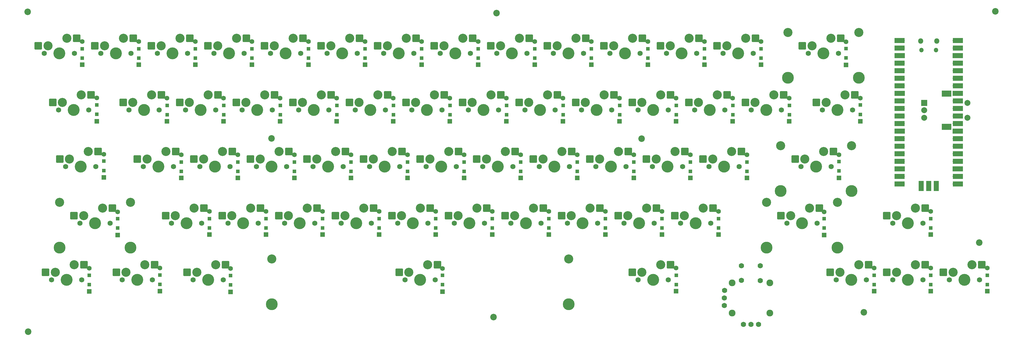
<source format=gbr>
G04 #@! TF.GenerationSoftware,KiCad,Pcbnew,7.0.6*
G04 #@! TF.CreationDate,2023-09-10T15:29:38-07:00*
G04 #@! TF.ProjectId,keyjoy,6b65796a-6f79-42e6-9b69-6361645f7063,rev?*
G04 #@! TF.SameCoordinates,Original*
G04 #@! TF.FileFunction,Soldermask,Bot*
G04 #@! TF.FilePolarity,Negative*
%FSLAX46Y46*%
G04 Gerber Fmt 4.6, Leading zero omitted, Abs format (unit mm)*
G04 Created by KiCad (PCBNEW 7.0.6) date 2023-09-10 15:29:38*
%MOMM*%
%LPD*%
G01*
G04 APERTURE LIST*
G04 Aperture macros list*
%AMRoundRect*
0 Rectangle with rounded corners*
0 $1 Rounding radius*
0 $2 $3 $4 $5 $6 $7 $8 $9 X,Y pos of 4 corners*
0 Add a 4 corners polygon primitive as box body*
4,1,4,$2,$3,$4,$5,$6,$7,$8,$9,$2,$3,0*
0 Add four circle primitives for the rounded corners*
1,1,$1+$1,$2,$3*
1,1,$1+$1,$4,$5*
1,1,$1+$1,$6,$7*
1,1,$1+$1,$8,$9*
0 Add four rect primitives between the rounded corners*
20,1,$1+$1,$2,$3,$4,$5,0*
20,1,$1+$1,$4,$5,$6,$7,0*
20,1,$1+$1,$6,$7,$8,$9,0*
20,1,$1+$1,$8,$9,$2,$3,0*%
G04 Aperture macros list end*
%ADD10C,2.200000*%
%ADD11C,1.750000*%
%ADD12C,3.050000*%
%ADD13C,4.000000*%
%ADD14RoundRect,0.250000X-1.025000X-1.000000X1.025000X-1.000000X1.025000X1.000000X-1.025000X1.000000X0*%
%ADD15R,1.600000X1.600000*%
%ADD16R,1.200000X1.200000*%
%ADD17C,1.600000*%
%ADD18C,3.048000*%
%ADD19C,3.987800*%
%ADD20C,1.778000*%
%ADD21C,2.286000*%
%ADD22R,2.000000X2.000000*%
%ADD23C,2.000000*%
%ADD24R,3.200000X2.000000*%
%ADD25O,1.800000X1.800000*%
%ADD26O,1.500000X1.500000*%
%ADD27O,1.700000X1.700000*%
%ADD28R,3.500000X1.700000*%
%ADD29R,1.700000X1.700000*%
%ADD30R,1.700000X3.500000*%
G04 APERTURE END LIST*
D10*
X473446343Y-233040507D03*
X359815515Y-198067607D03*
X235151451Y-197955674D03*
X434598680Y-256462294D03*
X309908484Y-258101192D03*
X153198851Y-262955216D03*
X478892808Y-155216776D03*
X310902609Y-155843338D03*
X153007997Y-155385471D03*
D11*
X239567590Y-226542334D03*
D12*
X240837590Y-224002334D03*
D13*
X244647590Y-226542334D03*
D12*
X247187590Y-221462334D03*
D11*
X249727590Y-226542334D03*
D14*
X237562590Y-224002334D03*
D15*
X252347590Y-230352334D03*
D16*
X252367590Y-228152334D03*
D14*
X250489590Y-221462334D03*
D17*
X252347590Y-222552334D03*
D16*
X252367590Y-225002334D03*
D18*
X406630840Y-200437334D03*
D19*
X406630840Y-215647334D03*
D18*
X430506840Y-200437334D03*
D19*
X430506840Y-215647334D03*
D11*
X277667590Y-226542334D03*
D12*
X278937590Y-224002334D03*
D13*
X282747590Y-226542334D03*
D12*
X285287590Y-221462334D03*
D11*
X287827590Y-226542334D03*
D14*
X275662590Y-224002334D03*
D15*
X290447590Y-230352334D03*
D16*
X290467590Y-228152334D03*
D14*
X288589590Y-221462334D03*
D17*
X290447590Y-222552334D03*
D16*
X290467590Y-225002334D03*
D11*
X287192590Y-207492334D03*
D12*
X288462590Y-204952334D03*
D13*
X292272590Y-207492334D03*
D12*
X294812590Y-202412334D03*
D11*
X297352590Y-207492334D03*
D14*
X285187590Y-204952334D03*
D15*
X299972590Y-211302334D03*
D16*
X299992590Y-209102334D03*
D14*
X298114590Y-202412334D03*
D17*
X299972590Y-203502334D03*
D16*
X299992590Y-205952334D03*
D11*
X177655090Y-169392334D03*
D12*
X178925090Y-166852334D03*
D13*
X182735090Y-169392334D03*
D12*
X185275090Y-164312334D03*
D11*
X187815090Y-169392334D03*
D14*
X175650090Y-166852334D03*
D15*
X190435090Y-173202334D03*
D16*
X190455090Y-171002334D03*
D14*
X188577090Y-164312334D03*
D17*
X190435090Y-165402334D03*
D16*
X190455090Y-167852334D03*
D11*
X415870090Y-169322334D03*
D12*
X417140090Y-166782334D03*
D13*
X420950090Y-169322334D03*
D12*
X423490090Y-164242334D03*
D11*
X426030090Y-169322334D03*
D14*
X413865090Y-166782334D03*
X426792090Y-164242334D03*
D11*
X191942590Y-207492334D03*
D12*
X193212590Y-204952334D03*
D13*
X197022590Y-207492334D03*
D12*
X199562590Y-202412334D03*
D11*
X202102590Y-207492334D03*
D14*
X189937590Y-204952334D03*
D15*
X204722590Y-211302334D03*
D16*
X204742590Y-209102334D03*
D14*
X202864590Y-202412334D03*
D17*
X204722590Y-203502334D03*
D16*
X204742590Y-205952334D03*
D11*
X306242590Y-207492334D03*
D12*
X307512590Y-204952334D03*
D13*
X311322590Y-207492334D03*
D12*
X313862590Y-202412334D03*
D11*
X316402590Y-207492334D03*
D14*
X304237590Y-204952334D03*
D15*
X319022590Y-211302334D03*
D16*
X319042590Y-209102334D03*
D14*
X317164590Y-202412334D03*
D17*
X319022590Y-203502334D03*
D16*
X319042590Y-205952334D03*
D11*
X320530090Y-188442334D03*
D12*
X321800090Y-185902334D03*
D13*
X325610090Y-188442334D03*
D12*
X328150090Y-183362334D03*
D11*
X330690090Y-188442334D03*
D14*
X318525090Y-185902334D03*
D15*
X333310090Y-192252334D03*
D16*
X333330090Y-190052334D03*
D14*
X331452090Y-183362334D03*
D17*
X333310090Y-184452334D03*
D16*
X333330090Y-186902334D03*
D11*
X184888840Y-245522334D03*
D12*
X186158840Y-242982334D03*
D13*
X189968840Y-245522334D03*
D12*
X192508840Y-240442334D03*
D11*
X195048840Y-245522334D03*
D14*
X182883840Y-242982334D03*
X195810840Y-240442334D03*
D20*
X393391235Y-240824521D03*
X399741235Y-240844321D03*
X393391235Y-245764521D03*
X399751235Y-245784521D03*
X394041235Y-260514521D03*
X396581235Y-260534521D03*
X399121235Y-260514521D03*
D21*
X390216235Y-246574521D03*
X390216235Y-256704521D03*
X402916235Y-256719321D03*
X402916235Y-246559321D03*
D20*
X387676235Y-249099321D03*
X387661235Y-251624521D03*
X387661235Y-254164521D03*
D11*
X444355090Y-245592334D03*
D12*
X445625090Y-243052334D03*
D13*
X449435090Y-245592334D03*
D12*
X451975090Y-240512334D03*
D11*
X454515090Y-245592334D03*
D14*
X442350090Y-243052334D03*
D15*
X457135090Y-249402334D03*
D16*
X457155090Y-247202334D03*
D14*
X455277090Y-240512334D03*
D17*
X457135090Y-241602334D03*
D16*
X457155090Y-244052334D03*
D11*
X463405090Y-245592334D03*
D12*
X464675090Y-243052334D03*
D13*
X468485090Y-245592334D03*
D12*
X471025090Y-240512334D03*
D11*
X473565090Y-245592334D03*
D14*
X461400090Y-243052334D03*
D15*
X476185090Y-249402334D03*
D16*
X476205090Y-247202334D03*
D14*
X474327090Y-240512334D03*
D17*
X476185090Y-241602334D03*
D16*
X476205090Y-244052334D03*
D11*
X165838840Y-207422334D03*
D12*
X167108840Y-204882334D03*
D13*
X170918840Y-207422334D03*
D12*
X173458840Y-202342334D03*
D11*
X175998840Y-207422334D03*
D14*
X163833840Y-204882334D03*
X176760840Y-202342334D03*
D18*
X235237077Y-238537033D03*
D19*
X235237077Y-253747033D03*
D18*
X335237077Y-238537033D03*
D19*
X335237077Y-253747033D03*
D11*
X387205090Y-169392334D03*
D12*
X388475090Y-166852334D03*
D13*
X392285090Y-169392334D03*
D12*
X394825090Y-164312334D03*
D11*
X397365090Y-169392334D03*
D14*
X385200090Y-166852334D03*
D15*
X399985090Y-173202334D03*
D16*
X400005090Y-171002334D03*
D14*
X398127090Y-164312334D03*
D17*
X399985090Y-165402334D03*
D16*
X400005090Y-167852334D03*
D11*
X208701340Y-245522334D03*
D12*
X209971340Y-242982334D03*
D13*
X213781340Y-245522334D03*
D12*
X216321340Y-240442334D03*
D11*
X218861340Y-245522334D03*
D14*
X206696340Y-242982334D03*
X219623340Y-240442334D03*
D11*
X315767590Y-226542334D03*
D12*
X317037590Y-224002334D03*
D13*
X320847590Y-226542334D03*
D12*
X323387590Y-221462334D03*
D11*
X325927590Y-226542334D03*
D14*
X313762590Y-224002334D03*
D15*
X328547590Y-230352334D03*
D16*
X328567590Y-228152334D03*
D14*
X326689590Y-221462334D03*
D17*
X328547590Y-222552334D03*
D16*
X328567590Y-225002334D03*
D11*
X413488840Y-207422334D03*
D12*
X414758840Y-204882334D03*
D13*
X418568840Y-207422334D03*
D12*
X421108840Y-202342334D03*
D11*
X423648840Y-207422334D03*
D14*
X411483840Y-204882334D03*
X424410840Y-202342334D03*
D11*
X408726340Y-226472334D03*
D12*
X409996340Y-223932334D03*
D13*
X413806340Y-226472334D03*
D12*
X416346340Y-221392334D03*
D11*
X418886340Y-226472334D03*
D14*
X406721340Y-223932334D03*
X419648340Y-221392334D03*
D11*
X280138840Y-245522334D03*
D12*
X281408840Y-242982334D03*
D13*
X285218840Y-245522334D03*
D12*
X287758840Y-240442334D03*
D11*
X290298840Y-245522334D03*
D14*
X278133840Y-242982334D03*
X291060840Y-240442334D03*
D11*
X253855090Y-169392334D03*
D12*
X255125090Y-166852334D03*
D13*
X258935090Y-169392334D03*
D12*
X261475090Y-164312334D03*
D11*
X264015090Y-169392334D03*
D14*
X251850090Y-166852334D03*
D15*
X266635090Y-173202334D03*
D16*
X266655090Y-171002334D03*
D14*
X264777090Y-164312334D03*
D17*
X266635090Y-165402334D03*
D16*
X266655090Y-167852334D03*
D11*
X220517590Y-226542334D03*
D12*
X221787590Y-224002334D03*
D13*
X225597590Y-226542334D03*
D12*
X228137590Y-221462334D03*
D11*
X230677590Y-226542334D03*
D14*
X218512590Y-224002334D03*
D15*
X233297590Y-230352334D03*
D16*
X233317590Y-228152334D03*
D14*
X231439590Y-221462334D03*
D17*
X233297590Y-222552334D03*
D16*
X233317590Y-225002334D03*
D11*
X353867590Y-226542334D03*
D12*
X355137590Y-224002334D03*
D13*
X358947590Y-226542334D03*
D12*
X361487590Y-221462334D03*
D11*
X364027590Y-226542334D03*
D14*
X351862590Y-224002334D03*
D15*
X366647590Y-230352334D03*
D16*
X366667590Y-228152334D03*
D14*
X364789590Y-221462334D03*
D17*
X366647590Y-222552334D03*
D16*
X366667590Y-225002334D03*
D11*
X215755090Y-169392334D03*
D12*
X217025090Y-166852334D03*
D13*
X220835090Y-169392334D03*
D12*
X223375090Y-164312334D03*
D11*
X225915090Y-169392334D03*
D14*
X213750090Y-166852334D03*
D15*
X228535090Y-173202334D03*
D16*
X228555090Y-171002334D03*
D14*
X226677090Y-164312334D03*
D17*
X228535090Y-165402334D03*
D16*
X228555090Y-167852334D03*
D18*
X409012090Y-162337334D03*
D19*
X409012090Y-177547334D03*
D18*
X432888090Y-162337334D03*
D19*
X432888090Y-177547334D03*
D11*
X272905090Y-169392334D03*
D12*
X274175090Y-166852334D03*
D13*
X277985090Y-169392334D03*
D12*
X280525090Y-164312334D03*
D11*
X283065090Y-169392334D03*
D14*
X270900090Y-166852334D03*
D15*
X285685090Y-173202334D03*
D16*
X285705090Y-171002334D03*
D14*
X283827090Y-164312334D03*
D17*
X285685090Y-165402334D03*
D16*
X285705090Y-167852334D03*
D11*
X163457590Y-188372334D03*
D12*
X164727590Y-185832334D03*
D13*
X168537590Y-188372334D03*
D12*
X171077590Y-183292334D03*
D11*
X173617590Y-188372334D03*
D14*
X161452590Y-185832334D03*
X174379590Y-183292334D03*
D11*
X296717590Y-226542334D03*
D12*
X297987590Y-224002334D03*
D13*
X301797590Y-226542334D03*
D12*
X304337590Y-221462334D03*
D11*
X306877590Y-226542334D03*
D14*
X294712590Y-224002334D03*
D15*
X309497590Y-230352334D03*
D16*
X309517590Y-228152334D03*
D14*
X307639590Y-221462334D03*
D17*
X309497590Y-222552334D03*
D16*
X309517590Y-225002334D03*
D11*
X358630090Y-245592334D03*
D12*
X359900090Y-243052334D03*
D13*
X363710090Y-245592334D03*
D12*
X366250090Y-240512334D03*
D11*
X368790090Y-245592334D03*
D14*
X356625090Y-243052334D03*
D15*
X371410090Y-249402334D03*
D16*
X371430090Y-247202334D03*
D14*
X369552090Y-240512334D03*
D17*
X371410090Y-241602334D03*
D16*
X371430090Y-244052334D03*
D11*
X382442590Y-207492334D03*
D12*
X383712590Y-204952334D03*
D13*
X387522590Y-207492334D03*
D12*
X390062590Y-202412334D03*
D11*
X392602590Y-207492334D03*
D14*
X380437590Y-204952334D03*
D15*
X395222590Y-211302334D03*
D16*
X395242590Y-209102334D03*
D14*
X393364590Y-202412334D03*
D17*
X395222590Y-203502334D03*
D16*
X395242590Y-205952334D03*
D11*
X334817590Y-226542334D03*
D12*
X336087590Y-224002334D03*
D13*
X339897590Y-226542334D03*
D12*
X342437590Y-221462334D03*
D11*
X344977590Y-226542334D03*
D14*
X332812590Y-224002334D03*
D15*
X347597590Y-230352334D03*
D16*
X347617590Y-228152334D03*
D14*
X345739590Y-221462334D03*
D17*
X347597590Y-222552334D03*
D16*
X347617590Y-225002334D03*
D11*
X258617590Y-226542334D03*
D12*
X259887590Y-224002334D03*
D13*
X263697590Y-226542334D03*
D12*
X266237590Y-221462334D03*
D11*
X268777590Y-226542334D03*
D14*
X256612590Y-224002334D03*
D15*
X271397590Y-230352334D03*
D16*
X271417590Y-228152334D03*
D14*
X269539590Y-221462334D03*
D17*
X271397590Y-222552334D03*
D16*
X271417590Y-225002334D03*
D11*
X444355090Y-226542334D03*
D12*
X445625090Y-224002334D03*
D13*
X449435090Y-226542334D03*
D12*
X451975090Y-221462334D03*
D11*
X454515090Y-226542334D03*
D14*
X442350090Y-224002334D03*
D15*
X457135090Y-230352334D03*
D16*
X457155090Y-228152334D03*
D14*
X455277090Y-221462334D03*
D17*
X457135090Y-222552334D03*
D16*
X457155090Y-225002334D03*
D11*
X311005090Y-169392334D03*
D12*
X312275090Y-166852334D03*
D13*
X316085090Y-169392334D03*
D12*
X318625090Y-164312334D03*
D11*
X321165090Y-169392334D03*
D14*
X309000090Y-166852334D03*
D15*
X323785090Y-173202334D03*
D16*
X323805090Y-171002334D03*
D14*
X321927090Y-164312334D03*
D17*
X323785090Y-165402334D03*
D16*
X323805090Y-167852334D03*
D11*
X161076340Y-245522334D03*
D12*
X162346340Y-242982334D03*
D13*
X166156340Y-245522334D03*
D12*
X168696340Y-240442334D03*
D11*
X171236340Y-245522334D03*
D14*
X159071340Y-242982334D03*
X171998340Y-240442334D03*
D11*
X158605090Y-169392334D03*
D12*
X159875090Y-166852334D03*
D13*
X163685090Y-169392334D03*
D12*
X166225090Y-164312334D03*
D11*
X168765090Y-169392334D03*
D14*
X156600090Y-166852334D03*
D15*
X171385090Y-173202334D03*
D16*
X171405090Y-171002334D03*
D14*
X169527090Y-164312334D03*
D17*
X171385090Y-165402334D03*
D16*
X171405090Y-167852334D03*
D22*
X454961348Y-186000862D03*
D23*
X454961348Y-191000862D03*
X454961348Y-188500862D03*
D24*
X462461348Y-182900862D03*
X462461348Y-194100862D03*
D23*
X469461348Y-191000862D03*
X469461348Y-186000862D03*
D11*
X244330090Y-188442334D03*
D12*
X245600090Y-185902334D03*
D13*
X249410090Y-188442334D03*
D12*
X251950090Y-183362334D03*
D11*
X254490090Y-188442334D03*
D14*
X242325090Y-185902334D03*
D15*
X257110090Y-192252334D03*
D16*
X257130090Y-190052334D03*
D14*
X255252090Y-183362334D03*
D17*
X257110090Y-184452334D03*
D16*
X257130090Y-186902334D03*
D11*
X358630090Y-188442334D03*
D12*
X359900090Y-185902334D03*
D13*
X363710090Y-188442334D03*
D12*
X366250090Y-183362334D03*
D11*
X368790090Y-188442334D03*
D14*
X356625090Y-185902334D03*
D15*
X371410090Y-192252334D03*
D16*
X371430090Y-190052334D03*
D14*
X369552090Y-183362334D03*
D17*
X371410090Y-184452334D03*
D16*
X371430090Y-186902334D03*
D11*
X206230090Y-188442334D03*
D12*
X207500090Y-185902334D03*
D13*
X211310090Y-188442334D03*
D12*
X213850090Y-183362334D03*
D11*
X216390090Y-188442334D03*
D14*
X204225090Y-185902334D03*
D15*
X219010090Y-192252334D03*
D16*
X219030090Y-190052334D03*
D14*
X217152090Y-183362334D03*
D17*
X219010090Y-184452334D03*
D16*
X219030090Y-186902334D03*
D11*
X282430090Y-188442334D03*
D12*
X283700090Y-185902334D03*
D13*
X287510090Y-188442334D03*
D12*
X290050090Y-183362334D03*
D11*
X292590090Y-188442334D03*
D14*
X280425090Y-185902334D03*
D15*
X295210090Y-192252334D03*
D16*
X295230090Y-190052334D03*
D14*
X293352090Y-183362334D03*
D17*
X295210090Y-184452334D03*
D16*
X295230090Y-186902334D03*
D11*
X325292590Y-207492334D03*
D12*
X326562590Y-204952334D03*
D13*
X330372590Y-207492334D03*
D12*
X332912590Y-202412334D03*
D11*
X335452590Y-207492334D03*
D14*
X323287590Y-204952334D03*
D15*
X338072590Y-211302334D03*
D16*
X338092590Y-209102334D03*
D14*
X336214590Y-202412334D03*
D17*
X338072590Y-203502334D03*
D16*
X338092590Y-205952334D03*
D11*
X349105090Y-169392334D03*
D12*
X350375090Y-166852334D03*
D13*
X354185090Y-169392334D03*
D12*
X356725090Y-164312334D03*
D11*
X359265090Y-169392334D03*
D14*
X347100090Y-166852334D03*
D15*
X361885090Y-173202334D03*
D16*
X361905090Y-171002334D03*
D14*
X360027090Y-164312334D03*
D17*
X361885090Y-165402334D03*
D16*
X361905090Y-167852334D03*
D11*
X268142590Y-207492334D03*
D12*
X269412590Y-204952334D03*
D13*
X273222590Y-207492334D03*
D12*
X275762590Y-202412334D03*
D11*
X278302590Y-207492334D03*
D14*
X266137590Y-204952334D03*
D15*
X280922590Y-211302334D03*
D16*
X280942590Y-209102334D03*
D14*
X279064590Y-202412334D03*
D17*
X280922590Y-203502334D03*
D16*
X280942590Y-205952334D03*
D11*
X344342590Y-207492334D03*
D12*
X345612590Y-204952334D03*
D13*
X349422590Y-207492334D03*
D12*
X351962590Y-202412334D03*
D11*
X354502590Y-207492334D03*
D14*
X342337590Y-204952334D03*
D15*
X357122590Y-211302334D03*
D16*
X357142590Y-209102334D03*
D14*
X355264590Y-202412334D03*
D17*
X357122590Y-203502334D03*
D16*
X357142590Y-205952334D03*
D11*
X201467590Y-226542334D03*
D12*
X202737590Y-224002334D03*
D13*
X206547590Y-226542334D03*
D12*
X209087590Y-221462334D03*
D11*
X211627590Y-226542334D03*
D14*
X199462590Y-224002334D03*
D15*
X214247590Y-230352334D03*
D16*
X214267590Y-228152334D03*
D14*
X212389590Y-221462334D03*
D17*
X214247590Y-222552334D03*
D16*
X214267590Y-225002334D03*
D11*
X330055090Y-169392334D03*
D12*
X331325090Y-166852334D03*
D13*
X335135090Y-169392334D03*
D12*
X337675090Y-164312334D03*
D11*
X340215090Y-169392334D03*
D14*
X328050090Y-166852334D03*
D15*
X342835090Y-173202334D03*
D16*
X342855090Y-171002334D03*
D14*
X340977090Y-164312334D03*
D17*
X342835090Y-165402334D03*
D16*
X342855090Y-167852334D03*
D11*
X234805090Y-169392334D03*
D12*
X236075090Y-166852334D03*
D13*
X239885090Y-169392334D03*
D12*
X242425090Y-164312334D03*
D11*
X244965090Y-169392334D03*
D14*
X232800090Y-166852334D03*
D15*
X247585090Y-173202334D03*
D16*
X247605090Y-171002334D03*
D14*
X245727090Y-164312334D03*
D17*
X247585090Y-165402334D03*
D16*
X247605090Y-167852334D03*
D18*
X163743340Y-219487334D03*
D19*
X163743340Y-234697334D03*
D18*
X187619340Y-219487334D03*
D19*
X187619340Y-234697334D03*
D11*
X372917590Y-226542334D03*
D12*
X374187590Y-224002334D03*
D13*
X377997590Y-226542334D03*
D12*
X380537590Y-221462334D03*
D11*
X383077590Y-226542334D03*
D14*
X370912590Y-224002334D03*
D15*
X385697590Y-230352334D03*
D16*
X385717590Y-228152334D03*
D14*
X383839590Y-221462334D03*
D17*
X385697590Y-222552334D03*
D16*
X385717590Y-225002334D03*
D11*
X210992590Y-207492334D03*
D12*
X212262590Y-204952334D03*
D13*
X216072590Y-207492334D03*
D12*
X218612590Y-202412334D03*
D11*
X221152590Y-207492334D03*
D14*
X208987590Y-204952334D03*
D15*
X223772590Y-211302334D03*
D16*
X223792590Y-209102334D03*
D14*
X221914590Y-202412334D03*
D17*
X223772590Y-203502334D03*
D16*
X223792590Y-205952334D03*
D11*
X339580090Y-188442334D03*
D12*
X340850090Y-185902334D03*
D13*
X344660090Y-188442334D03*
D12*
X347200090Y-183362334D03*
D11*
X349740090Y-188442334D03*
D14*
X337575090Y-185902334D03*
D15*
X352360090Y-192252334D03*
D16*
X352380090Y-190052334D03*
D14*
X350502090Y-183362334D03*
D17*
X352360090Y-184452334D03*
D16*
X352380090Y-186902334D03*
D11*
X249092590Y-207492334D03*
D12*
X250362590Y-204952334D03*
D13*
X254172590Y-207492334D03*
D12*
X256712590Y-202412334D03*
D11*
X259252590Y-207492334D03*
D14*
X247087590Y-204952334D03*
D15*
X261872590Y-211302334D03*
D16*
X261892590Y-209102334D03*
D14*
X260014590Y-202412334D03*
D17*
X261872590Y-203502334D03*
D16*
X261892590Y-205952334D03*
D11*
X377680090Y-188442334D03*
D12*
X378950090Y-185902334D03*
D13*
X382760090Y-188442334D03*
D12*
X385300090Y-183362334D03*
D11*
X387840090Y-188442334D03*
D14*
X375675090Y-185902334D03*
D15*
X390460090Y-192252334D03*
D16*
X390480090Y-190052334D03*
D14*
X388602090Y-183362334D03*
D17*
X390460090Y-184452334D03*
D16*
X390480090Y-186902334D03*
D11*
X425305090Y-245592334D03*
D12*
X426575090Y-243052334D03*
D13*
X430385090Y-245592334D03*
D12*
X432925090Y-240512334D03*
D11*
X435465090Y-245592334D03*
D14*
X423300090Y-243052334D03*
D15*
X438085090Y-249402334D03*
D16*
X438105090Y-247202334D03*
D14*
X436227090Y-240512334D03*
D17*
X438085090Y-241602334D03*
D16*
X438105090Y-244052334D03*
D11*
X170601340Y-226472334D03*
D12*
X171871340Y-223932334D03*
D13*
X175681340Y-226472334D03*
D12*
X178221340Y-221392334D03*
D11*
X180761340Y-226472334D03*
D14*
X168596340Y-223932334D03*
X181523340Y-221392334D03*
D11*
X420632590Y-188372334D03*
D12*
X421902590Y-185832334D03*
D13*
X425712590Y-188372334D03*
D12*
X428252590Y-183292334D03*
D11*
X430792590Y-188372334D03*
D14*
X418627590Y-185832334D03*
X431554590Y-183292334D03*
D11*
X301480090Y-188442334D03*
D12*
X302750090Y-185902334D03*
D13*
X306560090Y-188442334D03*
D12*
X309100090Y-183362334D03*
D11*
X311640090Y-188442334D03*
D14*
X299475090Y-185902334D03*
D15*
X314260090Y-192252334D03*
D16*
X314280090Y-190052334D03*
D14*
X312402090Y-183362334D03*
D17*
X314260090Y-184452334D03*
D16*
X314280090Y-186902334D03*
D11*
X187180090Y-188442334D03*
D12*
X188450090Y-185902334D03*
D13*
X192260090Y-188442334D03*
D12*
X194800090Y-183362334D03*
D11*
X197340090Y-188442334D03*
D14*
X185175090Y-185902334D03*
D15*
X199960090Y-192252334D03*
D16*
X199980090Y-190052334D03*
D14*
X198102090Y-183362334D03*
D17*
X199960090Y-184452334D03*
D16*
X199980090Y-186902334D03*
D11*
X363392590Y-207492334D03*
D12*
X364662590Y-204952334D03*
D13*
X368472590Y-207492334D03*
D12*
X371012590Y-202412334D03*
D11*
X373552590Y-207492334D03*
D14*
X361387590Y-204952334D03*
D15*
X376172590Y-211302334D03*
D16*
X376192590Y-209102334D03*
D14*
X374314590Y-202412334D03*
D17*
X376172590Y-203502334D03*
D16*
X376192590Y-205952334D03*
D11*
X225280090Y-188442334D03*
D12*
X226550090Y-185902334D03*
D13*
X230360090Y-188442334D03*
D12*
X232900090Y-183362334D03*
D11*
X235440090Y-188442334D03*
D14*
X223275090Y-185902334D03*
D15*
X238060090Y-192252334D03*
D16*
X238080090Y-190052334D03*
D14*
X236202090Y-183362334D03*
D17*
X238060090Y-184452334D03*
D16*
X238080090Y-186902334D03*
D11*
X291955090Y-169392334D03*
D12*
X293225090Y-166852334D03*
D13*
X297035090Y-169392334D03*
D12*
X299575090Y-164312334D03*
D11*
X302115090Y-169392334D03*
D14*
X289950090Y-166852334D03*
D15*
X304735090Y-173202334D03*
D16*
X304755090Y-171002334D03*
D14*
X302877090Y-164312334D03*
D17*
X304735090Y-165402334D03*
D16*
X304755090Y-167852334D03*
D11*
X196705090Y-169392334D03*
D12*
X197975090Y-166852334D03*
D13*
X201785090Y-169392334D03*
D12*
X204325090Y-164312334D03*
D11*
X206865090Y-169392334D03*
D14*
X194700090Y-166852334D03*
D15*
X209485090Y-173202334D03*
D16*
X209505090Y-171002334D03*
D14*
X207627090Y-164312334D03*
D17*
X209485090Y-165402334D03*
D16*
X209505090Y-167852334D03*
D11*
X230042590Y-207492334D03*
D12*
X231312590Y-204952334D03*
D13*
X235122590Y-207492334D03*
D12*
X237662590Y-202412334D03*
D11*
X240202590Y-207492334D03*
D14*
X228037590Y-204952334D03*
D15*
X242822590Y-211302334D03*
D16*
X242842590Y-209102334D03*
D14*
X240964590Y-202412334D03*
D17*
X242822590Y-203502334D03*
D16*
X242842590Y-205952334D03*
D11*
X396730090Y-188442334D03*
D12*
X398000090Y-185902334D03*
D13*
X401810090Y-188442334D03*
D12*
X404350090Y-183362334D03*
D11*
X406890090Y-188442334D03*
D14*
X394725090Y-185902334D03*
D15*
X409510090Y-192252334D03*
D16*
X409530090Y-190052334D03*
D14*
X407652090Y-183362334D03*
D17*
X409510090Y-184452334D03*
D16*
X409530090Y-186902334D03*
D11*
X263380090Y-188442334D03*
D12*
X264650090Y-185902334D03*
D13*
X268460090Y-188442334D03*
D12*
X271000090Y-183362334D03*
D11*
X273540090Y-188442334D03*
D14*
X261375090Y-185902334D03*
D15*
X276160090Y-192252334D03*
D16*
X276180090Y-190052334D03*
D14*
X274302090Y-183362334D03*
D17*
X276160090Y-184452334D03*
D16*
X276180090Y-186902334D03*
D11*
X368155090Y-169392334D03*
D12*
X369425090Y-166852334D03*
D13*
X373235090Y-169392334D03*
D12*
X375775090Y-164312334D03*
D11*
X378315090Y-169392334D03*
D14*
X366150090Y-166852334D03*
D15*
X380935090Y-173202334D03*
D16*
X380955090Y-171002334D03*
D14*
X379077090Y-164312334D03*
D17*
X380935090Y-165402334D03*
D16*
X380955090Y-167852334D03*
D18*
X401868340Y-219487334D03*
D19*
X401868340Y-234697334D03*
D18*
X425744340Y-219487334D03*
D19*
X425744340Y-234697334D03*
D15*
X428622763Y-173239635D03*
D16*
X428622763Y-170914635D03*
X428622763Y-167764635D03*
D17*
X428622763Y-165439635D03*
D15*
X433428817Y-192219003D03*
D16*
X433428817Y-189894003D03*
X433428817Y-186744003D03*
D17*
X433428817Y-184419003D03*
D15*
X197534122Y-249389286D03*
D16*
X197534122Y-247064286D03*
X197534122Y-243914286D03*
D17*
X197534122Y-241589286D03*
D15*
X183298640Y-230471413D03*
D16*
X183298640Y-228146413D03*
X183298640Y-224996413D03*
D17*
X183298640Y-222671413D03*
D15*
X421229467Y-230457573D03*
D16*
X421229467Y-228132573D03*
X421229467Y-224982573D03*
D17*
X421229467Y-222657573D03*
D15*
X173734708Y-249487226D03*
D16*
X173734708Y-247162226D03*
X173734708Y-244012226D03*
D17*
X173734708Y-241687226D03*
D15*
X176274940Y-192176878D03*
D16*
X176274940Y-189851878D03*
X176274940Y-186701878D03*
D17*
X176274940Y-184376878D03*
D15*
X292759326Y-249511273D03*
D16*
X292759326Y-247186273D03*
X292759326Y-244036273D03*
D17*
X292759326Y-241711273D03*
D25*
X459190420Y-165192046D03*
D26*
X458890420Y-168222046D03*
X454040420Y-168222046D03*
D25*
X453740420Y-165192046D03*
D27*
X465355420Y-165062046D03*
D28*
X466255420Y-165062046D03*
D27*
X465355420Y-167602046D03*
D28*
X466255420Y-167602046D03*
D29*
X465355420Y-170142046D03*
D28*
X466255420Y-170142046D03*
D27*
X465355420Y-172682046D03*
D28*
X466255420Y-172682046D03*
D27*
X465355420Y-175222046D03*
D28*
X466255420Y-175222046D03*
D27*
X465355420Y-177762046D03*
D28*
X466255420Y-177762046D03*
D27*
X465355420Y-180302046D03*
D28*
X466255420Y-180302046D03*
D29*
X465355420Y-182842046D03*
D28*
X466255420Y-182842046D03*
D27*
X465355420Y-185382046D03*
D28*
X466255420Y-185382046D03*
D27*
X465355420Y-187922046D03*
D28*
X466255420Y-187922046D03*
D27*
X465355420Y-190462046D03*
D28*
X466255420Y-190462046D03*
D27*
X465355420Y-193002046D03*
D28*
X466255420Y-193002046D03*
D29*
X465355420Y-195542046D03*
D28*
X466255420Y-195542046D03*
D27*
X465355420Y-198082046D03*
D28*
X466255420Y-198082046D03*
D27*
X465355420Y-200622046D03*
D28*
X466255420Y-200622046D03*
D27*
X465355420Y-203162046D03*
D28*
X466255420Y-203162046D03*
D27*
X465355420Y-205702046D03*
D28*
X466255420Y-205702046D03*
D29*
X465355420Y-208242046D03*
D28*
X466255420Y-208242046D03*
D27*
X465355420Y-210782046D03*
D28*
X466255420Y-210782046D03*
D27*
X465355420Y-213322046D03*
D28*
X466255420Y-213322046D03*
D27*
X447575420Y-213322046D03*
D28*
X446675420Y-213322046D03*
D27*
X447575420Y-210782046D03*
D28*
X446675420Y-210782046D03*
D29*
X447575420Y-208242046D03*
D28*
X446675420Y-208242046D03*
D27*
X447575420Y-205702046D03*
D28*
X446675420Y-205702046D03*
D27*
X447575420Y-203162046D03*
D28*
X446675420Y-203162046D03*
D27*
X447575420Y-200622046D03*
D28*
X446675420Y-200622046D03*
D27*
X447575420Y-198082046D03*
D28*
X446675420Y-198082046D03*
D29*
X447575420Y-195542046D03*
D28*
X446675420Y-195542046D03*
D27*
X447575420Y-193002046D03*
D28*
X446675420Y-193002046D03*
D27*
X447575420Y-190462046D03*
D28*
X446675420Y-190462046D03*
D27*
X447575420Y-187922046D03*
D28*
X446675420Y-187922046D03*
D27*
X447575420Y-185382046D03*
D28*
X446675420Y-185382046D03*
D29*
X447575420Y-182842046D03*
D28*
X446675420Y-182842046D03*
D27*
X447575420Y-180302046D03*
D28*
X446675420Y-180302046D03*
D27*
X447575420Y-177762046D03*
D28*
X446675420Y-177762046D03*
D27*
X447575420Y-175222046D03*
D28*
X446675420Y-175222046D03*
D27*
X447575420Y-172682046D03*
D28*
X446675420Y-172682046D03*
D29*
X447575420Y-170142046D03*
D28*
X446675420Y-170142046D03*
D27*
X447575420Y-167602046D03*
D28*
X446675420Y-167602046D03*
D27*
X447575420Y-165062046D03*
D28*
X446675420Y-165062046D03*
D27*
X459005420Y-213092046D03*
D30*
X459005420Y-213992046D03*
D29*
X456465420Y-213092046D03*
D30*
X456465420Y-213992046D03*
D27*
X453925420Y-213092046D03*
D30*
X453925420Y-213992046D03*
D15*
X178632497Y-211093286D03*
D16*
X178632497Y-208768286D03*
X178632497Y-205618286D03*
D17*
X178632497Y-203293286D03*
D15*
X426248888Y-211242680D03*
D16*
X426248888Y-208917680D03*
X426248888Y-205767680D03*
D17*
X426248888Y-203442680D03*
D15*
X221333537Y-249578170D03*
D16*
X221333537Y-247253170D03*
X221333537Y-244103170D03*
D17*
X221333537Y-241778170D03*
M02*

</source>
